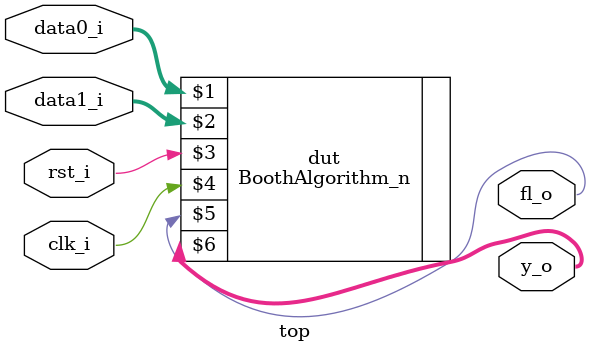
<source format=sv>
module top#(parameter n=8) (data0_i,data1_i,rst_i,clk_i,fl_o,y_o);
input logic [n:0] data0_i,data1_i;
input logic rst_i,clk_i;
output logic [2*n+1:0]y_o;
output logic fl_o;
 BoothAlgorithm_n#(n)  dut(data0_i,data1_i,rst_i,clk_i,fl_o,y_o);
 endmodule:top

</source>
